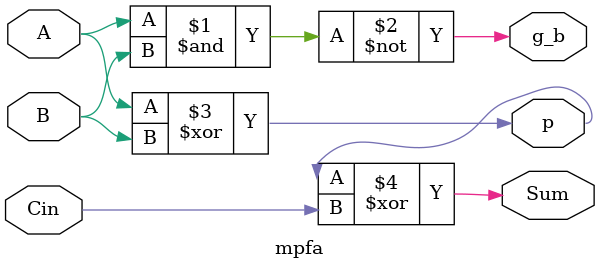
<source format=v>
`timescale 1ns / 1ps
module mpfa (g_b, p,Sum, A, B, Cin);
input A, B, Cin;
output g_b, p, Sum;


assign g_b = ~(A & B);
assign p = A ^ B;

assign Sum  = p ^ Cin;

endmodule // mpfa

</source>
